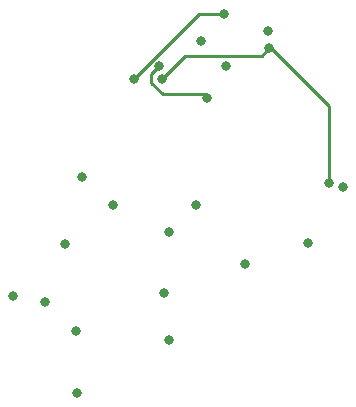
<source format=gbr>
G04 #@! TF.GenerationSoftware,KiCad,Pcbnew,(6.0.9)*
G04 #@! TF.CreationDate,2022-11-30T18:40:26+01:00*
G04 #@! TF.ProjectId,parasite - 45deg,70617261-7369-4746-9520-2d2034356465,1.2.0*
G04 #@! TF.SameCoordinates,Original*
G04 #@! TF.FileFunction,Copper,L2,Inr*
G04 #@! TF.FilePolarity,Positive*
%FSLAX46Y46*%
G04 Gerber Fmt 4.6, Leading zero omitted, Abs format (unit mm)*
G04 Created by KiCad (PCBNEW (6.0.9)) date 2022-11-30 18:40:26*
%MOMM*%
%LPD*%
G01*
G04 APERTURE LIST*
G04 #@! TA.AperFunction,ViaPad*
%ADD10C,0.800000*%
G04 #@! TD*
G04 #@! TA.AperFunction,Conductor*
%ADD11C,0.250000*%
G04 #@! TD*
G04 APERTURE END LIST*
D10*
X97559132Y-61034012D03*
X91884954Y-69253775D03*
X108784806Y-66071794D03*
X110761046Y-46311910D03*
X101890161Y-68510959D03*
X94986174Y-58657223D03*
X102350134Y-63314078D03*
X94491199Y-71738698D03*
X105079770Y-47184061D03*
X93511299Y-64374738D03*
X102350134Y-72506466D03*
X107183766Y-49288058D03*
X117083261Y-59541106D03*
X104620054Y-61026765D03*
X89152543Y-68733494D03*
X101508881Y-49270026D03*
X105592776Y-51957102D03*
X94526555Y-76935933D03*
X114078057Y-64314077D03*
X115875541Y-59187553D03*
X101721082Y-50348718D03*
X110835416Y-47757729D03*
X99344930Y-50409379D03*
X107006989Y-44868640D03*
D11*
X105310217Y-51674543D02*
X101792077Y-51674543D01*
X105592776Y-51957102D02*
X105310217Y-51674543D01*
X101792077Y-51674543D02*
X100819805Y-50702271D01*
X100819805Y-49959102D02*
X101508881Y-49270026D01*
X100819805Y-50702271D02*
X100819805Y-49959102D01*
X115875541Y-52676532D02*
X110956738Y-47757729D01*
X101721082Y-50348718D02*
X103665626Y-48404174D01*
X110956738Y-47757729D02*
X110835416Y-47757729D01*
X103665626Y-48404174D02*
X110188970Y-48404174D01*
X115875541Y-59187553D02*
X115875541Y-52676532D01*
X110188970Y-48404174D02*
X110835416Y-47757729D01*
X104885669Y-44868640D02*
X99344930Y-50409379D01*
X107006989Y-44868640D02*
X104885669Y-44868640D01*
M02*

</source>
